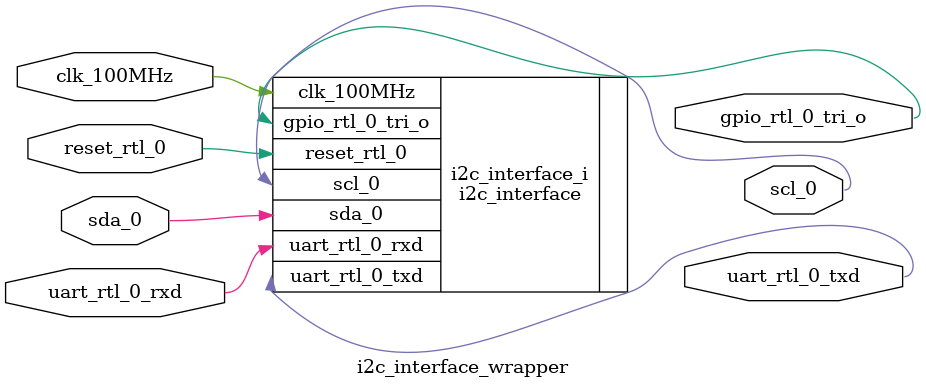
<source format=v>
`timescale 1 ps / 1 ps

module i2c_interface_wrapper
   (clk_100MHz,
    gpio_rtl_0_tri_o,
    reset_rtl_0,
    scl_0,
    sda_0,
    uart_rtl_0_rxd,
    uart_rtl_0_txd);
  input clk_100MHz;
  output [0:0]gpio_rtl_0_tri_o;
  input reset_rtl_0;
  output scl_0;
  inout sda_0;
  input uart_rtl_0_rxd;
  output uart_rtl_0_txd;

  wire clk_100MHz;
  wire [0:0]gpio_rtl_0_tri_o;
  wire reset_rtl_0;
  wire scl_0;
  wire sda_0;
  wire uart_rtl_0_rxd;
  wire uart_rtl_0_txd;

  i2c_interface i2c_interface_i
       (.clk_100MHz(clk_100MHz),
        .gpio_rtl_0_tri_o(gpio_rtl_0_tri_o),
        .reset_rtl_0(reset_rtl_0),
        .scl_0(scl_0),
        .sda_0(sda_0),
        .uart_rtl_0_rxd(uart_rtl_0_rxd),
        .uart_rtl_0_txd(uart_rtl_0_txd));
endmodule

</source>
